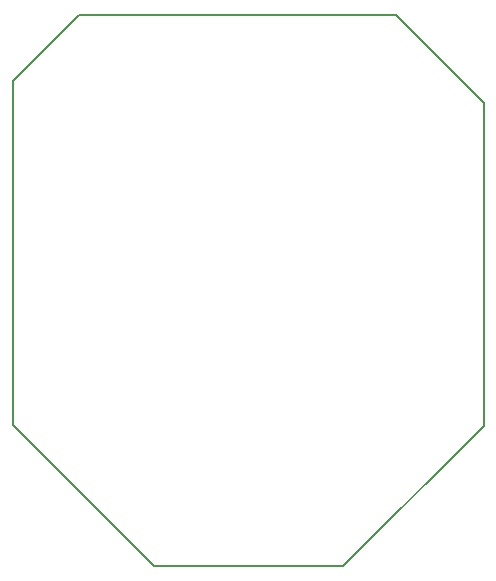
<source format=gbr>
%FSLAX24Y24*%
%MOIN*%
G70*
G01*
G75*
G04 Layer_Color=16711935*
%ADD10R,0.0413X0.0571*%
%ADD11R,0.0236X0.0413*%
%ADD12R,0.0433X0.0709*%
%ADD13R,0.0394X0.0354*%
%ADD14R,0.0866X0.0354*%
%ADD15R,0.0709X0.0433*%
%ADD16R,0.0354X0.0394*%
%ADD17R,0.0256X0.0413*%
%ADD18R,0.0700X0.1350*%
%ADD19R,0.0472X0.0354*%
%ADD20R,0.1350X0.0500*%
%ADD21R,0.0500X0.1449*%
%ADD22C,0.0150*%
%ADD23C,0.0500*%
%ADD24C,0.0100*%
%ADD25C,0.0070*%
%ADD26C,0.0710*%
G04:AMPARAMS|DCode=27|XSize=71mil|YSize=71mil|CornerRadius=17.8mil|HoleSize=0mil|Usage=FLASHONLY|Rotation=0.000|XOffset=0mil|YOffset=0mil|HoleType=Round|Shape=RoundedRectangle|*
%AMROUNDEDRECTD27*
21,1,0.0710,0.0355,0,0,0.0*
21,1,0.0355,0.0710,0,0,0.0*
1,1,0.0355,0.0178,-0.0178*
1,1,0.0355,-0.0178,-0.0178*
1,1,0.0355,-0.0178,0.0178*
1,1,0.0355,0.0178,0.0178*
%
%ADD27ROUNDEDRECTD27*%
%ADD28C,0.0620*%
G04:AMPARAMS|DCode=29|XSize=62mil|YSize=62mil|CornerRadius=15.5mil|HoleSize=0mil|Usage=FLASHONLY|Rotation=0.000|XOffset=0mil|YOffset=0mil|HoleType=Round|Shape=RoundedRectangle|*
%AMROUNDEDRECTD29*
21,1,0.0620,0.0310,0,0,0.0*
21,1,0.0310,0.0620,0,0,0.0*
1,1,0.0310,0.0155,-0.0155*
1,1,0.0310,-0.0155,-0.0155*
1,1,0.0310,-0.0155,0.0155*
1,1,0.0310,0.0155,0.0155*
%
%ADD29ROUNDEDRECTD29*%
%ADD30C,0.2441*%
%ADD31C,0.0750*%
%ADD32C,0.0050*%
D32*
X18295Y10395D02*
Y21155D01*
X13609Y5709D02*
X18295Y10395D01*
X7291Y5709D02*
X13609D01*
X4800Y24100D02*
X15350D01*
X2583Y21883D02*
X4800Y24100D01*
X15350D02*
X18295Y21155D01*
X2583Y10417D02*
Y21883D01*
Y10417D02*
X7291Y5709D01*
M02*

</source>
